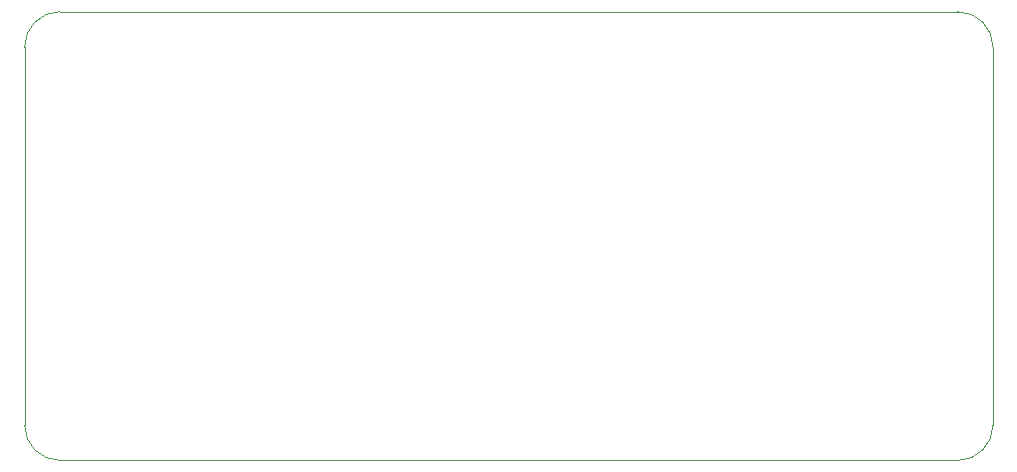
<source format=gbr>
%TF.GenerationSoftware,KiCad,Pcbnew,8.0.4*%
%TF.CreationDate,2024-11-10T13:19:25-08:00*%
%TF.ProjectId,v0.5,76302e35-2e6b-4696-9361-645f70636258,rev?*%
%TF.SameCoordinates,Original*%
%TF.FileFunction,Profile,NP*%
%FSLAX46Y46*%
G04 Gerber Fmt 4.6, Leading zero omitted, Abs format (unit mm)*
G04 Created by KiCad (PCBNEW 8.0.4) date 2024-11-10 13:19:25*
%MOMM*%
%LPD*%
G01*
G04 APERTURE LIST*
%TA.AperFunction,Profile*%
%ADD10C,0.050000*%
%TD*%
G04 APERTURE END LIST*
D10*
X162700000Y-74400000D02*
X86700000Y-74400000D01*
X162700000Y-74400000D02*
G75*
G02*
X165700000Y-77400000I0J-3000000D01*
G01*
X165700000Y-109400000D02*
X165700000Y-77400000D01*
X86700000Y-112400000D02*
X162700000Y-112400000D01*
X86700000Y-112400000D02*
G75*
G02*
X83700000Y-109400000I0J3000000D01*
G01*
X165700000Y-109400000D02*
G75*
G02*
X162700000Y-112400000I-3000000J0D01*
G01*
X83700000Y-77400000D02*
G75*
G02*
X86700000Y-74400000I3000000J0D01*
G01*
X83700000Y-77400000D02*
X83700000Y-109400000D01*
M02*

</source>
